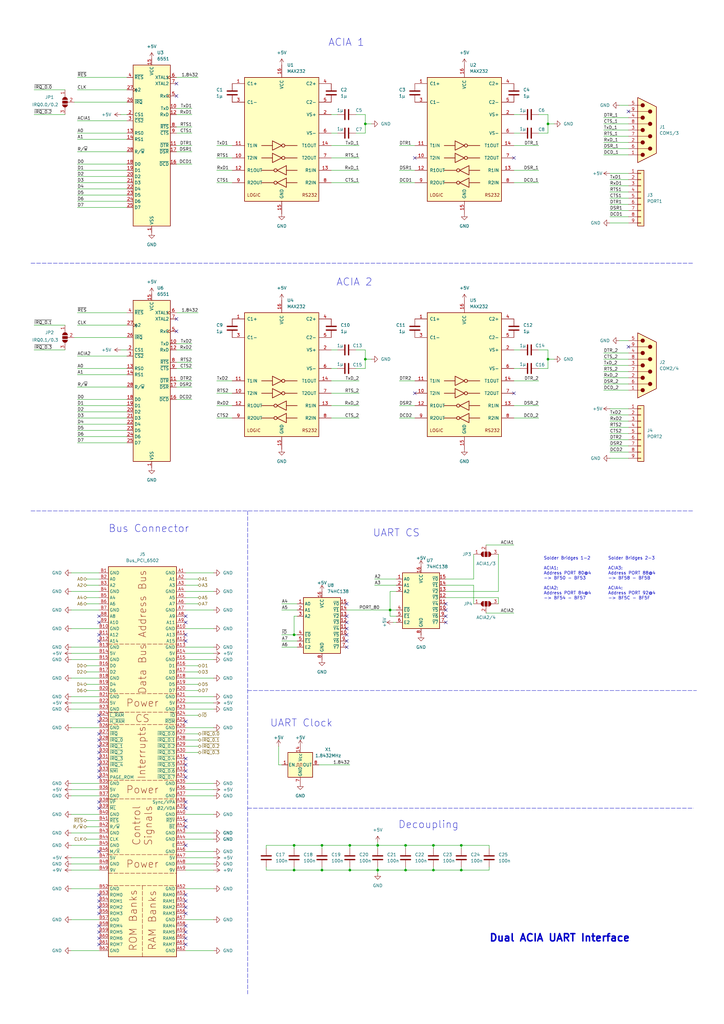
<source format=kicad_sch>
(kicad_sch (version 20231120) (generator "eeschema") (generator_version "8.0")
  (paper "A3" portrait)
  (title_block (title "S65xx Computer System") (date "2024-06-30") (rev "1.0") (company "Synthron"))
  (junction (at 177.8 346.71))
  (junction (at 120.65 260.35))
  (junction (at 177.8 356.87))
  (junction (at 120.65 356.87))
  (junction (at 189.23 346.71))
  (junction (at 166.37 346.71))
  (junction (at 149.86 147.32))
  (junction (at 166.37 356.87))
  (junction (at 132.08 346.71))
  (junction (at 143.51 356.87))
  (junction (at 149.86 50.8))
  (junction (at 160.02 250.19))
  (junction (at 120.65 346.71))
  (junction (at 154.94 356.87))
  (junction (at 224.79 147.32))
  (junction (at 224.79 50.8))
  (junction (at 132.08 356.87))
  (junction (at 143.51 346.71))
  (junction (at 189.23 356.87))
  (junction (at 154.94 346.71))
  (no_connect (at 40.64 313.69))
  (no_connect (at 76.2 328.93))
  (no_connect (at 40.64 308.61))
  (no_connect (at 142.24 260.35))
  (no_connect (at 76.2 387.35))
  (no_connect (at 72.39 135.89))
  (no_connect (at 142.24 255.27))
  (no_connect (at 40.64 306.07))
  (no_connect (at 182.88 252.73))
  (no_connect (at 40.64 311.15))
  (no_connect (at 182.88 250.19))
  (no_connect (at 40.64 384.81))
  (no_connect (at 76.2 313.69))
  (no_connect (at 76.2 260.35))
  (no_connect (at 182.88 247.65))
  (no_connect (at 40.64 367.03))
  (no_connect (at 76.2 255.27))
  (no_connect (at 40.64 295.91))
  (no_connect (at 170.18 161.29))
  (no_connect (at 72.39 130.81))
  (no_connect (at 40.64 252.73))
  (no_connect (at 40.64 387.35))
  (no_connect (at 40.64 262.89))
  (no_connect (at 76.2 374.65))
  (no_connect (at 182.88 255.27))
  (no_connect (at 76.2 372.11))
  (no_connect (at 40.64 260.35))
  (no_connect (at 76.2 384.81))
  (no_connect (at 40.64 255.27))
  (no_connect (at 76.2 369.57))
  (no_connect (at 142.24 247.65))
  (no_connect (at 76.2 311.15))
  (no_connect (at 257.81 142.24))
  (no_connect (at 76.2 346.71))
  (no_connect (at 40.64 369.57))
  (no_connect (at 40.64 293.37))
  (no_connect (at 142.24 252.73))
  (no_connect (at 76.2 331.47))
  (no_connect (at 40.64 303.53))
  (no_connect (at 40.64 318.77))
  (no_connect (at 40.64 316.23))
  (no_connect (at 40.64 374.65))
  (no_connect (at 40.64 349.25))
  (no_connect (at 142.24 265.43))
  (no_connect (at 142.24 257.81))
  (no_connect (at 76.2 262.89))
  (no_connect (at 210.82 161.29))
  (no_connect (at 40.64 300.99))
  (no_connect (at 40.64 328.93))
  (no_connect (at 257.81 45.72))
  (no_connect (at 76.2 339.09))
  (no_connect (at 170.18 64.77))
  (no_connect (at 40.64 331.47))
  (no_connect (at 40.64 372.11))
  (no_connect (at 40.64 379.73))
  (no_connect (at 142.24 262.89))
  (no_connect (at 76.2 336.55))
  (no_connect (at 76.2 295.91))
  (no_connect (at 40.64 382.27))
  (no_connect (at 72.39 34.29))
  (no_connect (at 76.2 379.73))
  (no_connect (at 76.2 318.77))
  (no_connect (at 210.82 64.77))
  (no_connect (at 76.2 367.03))
  (no_connect (at 76.2 382.27))
  (no_connect (at 76.2 252.73))
  (no_connect (at 72.39 39.37))
  (no_connect (at 76.2 316.23))
  (wire (pts (xy 162.56 240.03) (xy 153.67 240.03)))
  (wire (pts (xy 115.57 247.65) (xy 121.92 247.65)))
  (wire (pts (xy 31.75 133.35) (xy 52.07 133.35)))
  (wire (pts (xy 162.56 237.49) (xy 153.67 237.49)))
  (wire (pts (xy 87.63 265.43) (xy 76.2 265.43)))
  (wire (pts (xy 29.21 341.63) (xy 40.64 341.63)))
  (wire (pts (xy 31.75 168.91) (xy 52.07 168.91)))
  (wire (pts (xy 170.18 166.37) (xy 163.83 166.37)))
  (wire (pts (xy 132.08 346.71) (xy 143.51 346.71)))
  (wire (pts (xy 224.79 54.61) (xy 220.98 54.61)))
  (wire (pts (xy 87.63 290.83) (xy 76.2 290.83)))
  (wire (pts (xy 147.32 59.69) (xy 135.89 59.69)))
  (wire (pts (xy 220.98 156.21) (xy 210.82 156.21)))
  (wire (pts (xy 247.65 48.26) (xy 257.81 48.26)))
  (wire (pts (xy 31.75 181.61) (xy 52.07 181.61)))
  (wire (pts (xy 149.86 46.99) (xy 146.05 46.99)))
  (wire (pts (xy 250.19 182.88) (xy 257.81 182.88)))
  (wire (pts (xy 31.75 62.23) (xy 52.07 62.23)))
  (wire (pts (xy 138.43 151.13) (xy 135.89 151.13)))
  (wire (pts (xy 149.86 50.8) (xy 149.86 54.61)))
  (wire (pts (xy 147.32 74.93) (xy 135.89 74.93)))
  (wire (pts (xy 149.86 46.99) (xy 149.86 50.8)))
  (wire (pts (xy 31.75 173.99) (xy 52.07 173.99)))
  (wire (pts (xy 87.63 344.17) (xy 76.2 344.17)))
  (wire (pts (xy 220.98 69.85) (xy 210.82 69.85)))
  (wire (pts (xy 200.66 346.71) (xy 189.23 346.71)))
  (wire (pts (xy 29.21 298.45) (xy 40.64 298.45)))
  (wire (pts (xy 29.21 323.85) (xy 40.64 323.85)))
  (wire (pts (xy 250.19 81.28) (xy 257.81 81.28)))
  (wire (pts (xy 29.21 278.13) (xy 40.64 278.13)))
  (wire (pts (xy 250.19 73.66) (xy 257.81 73.66)))
  (wire (pts (xy 87.63 356.87) (xy 76.2 356.87)))
  (wire (pts (xy 182.88 242.57) (xy 204.47 242.57)))
  (wire (pts (xy 120.65 346.71) (xy 120.65 347.98)))
  (wire (pts (xy 35.56 283.21) (xy 40.64 283.21)))
  (wire (pts (xy 87.63 234.95) (xy 76.2 234.95)))
  (wire (pts (xy 35.56 240.03) (xy 40.64 240.03)))
  (wire (pts (xy 13.97 46.99) (xy 26.67 46.99)))
  (wire (pts (xy 250.19 187.96) (xy 257.81 187.96)))
  (wire (pts (xy 200.66 347.98) (xy 200.66 346.71)))
  (wire (pts (xy 31.75 128.27) (xy 52.07 128.27)))
  (wire (pts (xy 13.97 143.51) (xy 26.67 143.51)))
  (wire (pts (xy 250.19 88.9) (xy 257.81 88.9)))
  (wire (pts (xy 29.21 334.01) (xy 40.64 334.01)))
  (wire (pts (xy 115.57 260.35) (xy 120.65 260.35)))
  (wire (pts (xy 72.39 128.27) (xy 81.28 128.27)))
  (wire (pts (xy 177.8 346.71) (xy 177.8 347.98)))
  (wire (pts (xy 49.53 46.99) (xy 52.07 46.99)))
  (wire (pts (xy 78.74 156.21) (xy 72.39 156.21)))
  (wire (pts (xy 31.75 171.45) (xy 52.07 171.45)))
  (wire (pts (xy 31.75 158.75) (xy 52.07 158.75)))
  (wire (pts (xy 87.63 389.89) (xy 76.2 389.89)))
  (wire (pts (xy 78.74 151.13) (xy 72.39 151.13)))
  (wire (pts (xy 120.65 252.73) (xy 120.65 260.35)))
  (wire (pts (xy 224.79 50.8) (xy 224.79 54.61)))
  (wire (pts (xy 88.9 161.29) (xy 95.25 161.29)))
  (wire (pts (xy 213.36 151.13) (xy 210.82 151.13)))
  (wire (pts (xy 220.98 166.37) (xy 210.82 166.37)))
  (wire (pts (xy 35.56 339.09) (xy 40.64 339.09)))
  (wire (pts (xy 95.25 74.93) (xy 88.9 74.93)))
  (wire (pts (xy 78.74 158.75) (xy 72.39 158.75)))
  (wire (pts (xy 81.28 293.37) (xy 76.2 293.37)))
  (wire (pts (xy 224.79 143.51) (xy 220.98 143.51)))
  (wire (pts (xy 143.51 346.71) (xy 143.51 347.98)))
  (wire (pts (xy 154.94 355.6) (xy 154.94 356.87)))
  (wire (pts (xy 81.28 275.59) (xy 76.2 275.59)))
  (wire (pts (xy 170.18 171.45) (xy 163.83 171.45)))
  (wire (pts (xy 143.51 355.6) (xy 143.51 356.87)))
  (wire (pts (xy 132.08 347.98) (xy 132.08 346.71)))
  (wire (pts (xy 166.37 355.6) (xy 166.37 356.87)))
  (wire (pts (xy 250.19 71.12) (xy 257.81 71.12)))
  (wire (pts (xy 200.66 356.87) (xy 200.66 355.6)))
  (wire (pts (xy 182.88 237.49) (xy 194.31 237.49)))
  (wire (pts (xy 81.28 303.53) (xy 76.2 303.53)))
  (wire (pts (xy 149.86 54.61) (xy 146.05 54.61)))
  (wire (pts (xy 189.23 356.87) (xy 200.66 356.87)))
  (wire (pts (xy 78.74 163.83) (xy 72.39 163.83)))
  (wire (pts (xy 109.22 355.6) (xy 109.22 356.87)))
  (wire (pts (xy 147.32 64.77) (xy 135.89 64.77)))
  (wire (pts (xy 177.8 355.6) (xy 177.8 356.87)))
  (wire (pts (xy 254 139.7) (xy 257.81 139.7)))
  (wire (pts (xy 162.56 252.73) (xy 160.02 252.73)))
  (wire (pts (xy 154.94 356.87) (xy 154.94 358.14)))
  (wire (pts (xy 160.02 242.57) (xy 160.02 250.19)))
  (wire (pts (xy 31.75 85.09) (xy 52.07 85.09)))
  (wire (pts (xy 31.75 49.53) (xy 52.07 49.53)))
  (wire (pts (xy 250.19 78.74) (xy 257.81 78.74)))
  (wire (pts (xy 31.75 69.85) (xy 52.07 69.85)))
  (wire (pts (xy 78.74 140.97) (xy 72.39 140.97)))
  (wire (pts (xy 160.02 250.19) (xy 142.24 250.19)))
  (wire (pts (xy 87.63 377.19) (xy 76.2 377.19)))
  (wire (pts (xy 87.63 364.49) (xy 76.2 364.49)))
  (wire (pts (xy 87.63 250.19) (xy 76.2 250.19)))
  (wire (pts (xy 143.51 356.87) (xy 154.94 356.87)))
  (wire (pts (xy 87.63 267.97) (xy 76.2 267.97)))
  (wire (pts (xy 114.3 306.07) (xy 114.3 313.69)))
  (wire (pts (xy 166.37 346.71) (xy 154.94 346.71)))
  (wire (pts (xy 247.65 154.94) (xy 257.81 154.94)))
  (wire (pts (xy 147.32 166.37) (xy 135.89 166.37)))
  (wire (pts (xy 31.75 80.01) (xy 52.07 80.01)))
  (wire (pts (xy 162.56 250.19) (xy 160.02 250.19)))
  (wire (pts (xy 250.19 76.2) (xy 257.81 76.2)))
  (wire (pts (xy 189.23 346.71) (xy 177.8 346.71)))
  (wire (pts (xy 31.75 163.83) (xy 52.07 163.83)))
  (wire (pts (xy 31.75 31.75) (xy 52.07 31.75)))
  (wire (pts (xy 149.86 143.51) (xy 149.86 147.32)))
  (wire (pts (xy 35.56 336.55) (xy 40.64 336.55)))
  (wire (pts (xy 87.63 257.81) (xy 76.2 257.81)))
  (wire (pts (xy 88.9 59.69) (xy 95.25 59.69)))
  (wire (pts (xy 49.53 143.51) (xy 52.07 143.51)))
  (wire (pts (xy 29.21 267.97) (xy 40.64 267.97)))
  (wire (pts (xy 78.74 62.23) (xy 72.39 62.23)))
  (wire (pts (xy 194.31 237.49) (xy 194.31 227.33)))
  (wire (pts (xy 31.75 153.67) (xy 52.07 153.67)))
  (wire (pts (xy 120.65 260.35) (xy 121.92 260.35)))
  (wire (pts (xy 149.86 147.32) (xy 149.86 151.13)))
  (wire (pts (xy 87.63 334.01) (xy 76.2 334.01)))
  (wire (pts (xy 109.22 356.87) (xy 120.65 356.87)))
  (wire (pts (xy 224.79 151.13) (xy 220.98 151.13)))
  (wire (pts (xy 247.65 144.78) (xy 257.81 144.78)))
  (wire (pts (xy 87.63 341.63) (xy 76.2 341.63)))
  (wire (pts (xy 30.48 41.91) (xy 52.07 41.91)))
  (wire (pts (xy 250.19 91.44) (xy 257.81 91.44)))
  (wire (pts (xy 170.18 74.93) (xy 163.83 74.93)))
  (wire (pts (xy 132.08 356.87) (xy 143.51 356.87)))
  (wire (pts (xy 78.74 67.31) (xy 72.39 67.31)))
  (wire (pts (xy 224.79 46.99) (xy 224.79 50.8)))
  (wire (pts (xy 149.86 50.8) (xy 152.4 50.8)))
  (wire (pts (xy 224.79 147.32) (xy 224.79 151.13)))
  (wire (pts (xy 81.28 300.99) (xy 76.2 300.99)))
  (wire (pts (xy 250.19 175.26) (xy 257.81 175.26)))
  (wire (pts (xy 194.31 240.03) (xy 194.31 247.65)))
  (wire (pts (xy 213.36 46.99) (xy 210.82 46.99)))
  (wire (pts (xy 247.65 149.86) (xy 257.81 149.86)))
  (wire (pts (xy 109.22 346.71) (xy 109.22 347.98)))
  (wire (pts (xy 247.65 63.5) (xy 257.81 63.5)))
  (wire (pts (xy 166.37 346.71) (xy 166.37 347.98)))
  (wire (pts (xy 29.21 288.29) (xy 40.64 288.29)))
  (wire (pts (xy 120.65 346.71) (xy 132.08 346.71)))
  (wire (pts (xy 31.75 67.31) (xy 52.07 67.31)))
  (wire (pts (xy 29.21 265.43) (xy 40.64 265.43)))
  (wire (pts (xy 121.92 252.73) (xy 120.65 252.73)))
  (wire (pts (xy 81.28 280.67) (xy 76.2 280.67)))
  (wire (pts (xy 213.36 143.51) (xy 210.82 143.51)))
  (wire (pts (xy 81.28 308.61) (xy 76.2 308.61)))
  (wire (pts (xy 247.65 157.48) (xy 257.81 157.48)))
  (wire (pts (xy 88.9 64.77) (xy 95.25 64.77)))
  (wire (pts (xy 250.19 170.18) (xy 257.81 170.18)))
  (wire (pts (xy 147.32 156.21) (xy 135.89 156.21)))
  (wire (pts (xy 81.28 237.49) (xy 76.2 237.49)))
  (wire (pts (xy 87.63 354.33) (xy 76.2 354.33)))
  (wire (pts (xy 81.28 240.03) (xy 76.2 240.03)))
  (wire (pts (xy 160.02 252.73) (xy 160.02 250.19)))
  (wire (pts (xy 88.9 156.21) (xy 95.25 156.21)))
  (wire (pts (xy 163.83 156.21) (xy 170.18 156.21)))
  (wire (pts (xy 35.56 275.59) (xy 40.64 275.59)))
  (wire (pts (xy 224.79 50.8) (xy 227.33 50.8)))
  (wire (pts (xy 247.65 147.32) (xy 257.81 147.32)))
  (wire (pts (xy 250.19 185.42) (xy 257.81 185.42)))
  (wire (pts (xy 224.79 46.99) (xy 220.98 46.99)))
  (wire (pts (xy 29.21 354.33) (xy 40.64 354.33)))
  (wire (pts (xy 138.43 54.61) (xy 135.89 54.61)))
  (wire (pts (xy 115.57 265.43) (xy 121.92 265.43)))
  (wire (pts (xy 138.43 46.99) (xy 135.89 46.99)))
  (wire (pts (xy 95.25 171.45) (xy 88.9 171.45)))
  (wire (pts (xy 224.79 143.51) (xy 224.79 147.32)))
  (polyline (pts (xy 101.6 331.47) (xy 284.48 331.47)) (stroke (width 0) (type dash)))
  (wire (pts (xy 29.21 290.83) (xy 40.64 290.83)))
  (wire (pts (xy 132.08 355.6) (xy 132.08 356.87)))
  (wire (pts (xy 31.75 146.05) (xy 52.07 146.05)))
  (wire (pts (xy 81.28 247.65) (xy 76.2 247.65)))
  (wire (pts (xy 114.3 313.69) (xy 115.57 313.69)))
  (wire (pts (xy 13.97 36.83) (xy 26.67 36.83)))
  (wire (pts (xy 154.94 345.44) (xy 154.94 346.71)))
  (wire (pts (xy 149.86 147.32) (xy 152.4 147.32)))
  (wire (pts (xy 163.83 59.69) (xy 170.18 59.69)))
  (wire (pts (xy 189.23 355.6) (xy 189.23 356.87)))
  (wire (pts (xy 247.65 60.96) (xy 257.81 60.96)))
  (wire (pts (xy 182.88 240.03) (xy 194.31 240.03)))
  (wire (pts (xy 204.47 245.11) (xy 204.47 247.65)))
  (wire (pts (xy 35.56 273.05) (xy 40.64 273.05)))
  (wire (pts (xy 138.43 143.51) (xy 135.89 143.51)))
  (wire (pts (xy 87.63 288.29) (xy 76.2 288.29)))
  (polyline (pts (xy 101.6 209.55) (xy 101.6 407.67)) (stroke (width 0) (type dash)))
  (wire (pts (xy 120.65 355.6) (xy 120.65 356.87)))
  (wire (pts (xy 250.19 83.82) (xy 257.81 83.82)))
  (wire (pts (xy 78.74 52.07) (xy 72.39 52.07)))
  (wire (pts (xy 78.74 143.51) (xy 72.39 143.51)))
  (wire (pts (xy 149.86 143.51) (xy 146.05 143.51)))
  (wire (pts (xy 220.98 59.69) (xy 210.82 59.69)))
  (wire (pts (xy 31.75 176.53) (xy 52.07 176.53)))
  (wire (pts (xy 250.19 86.36) (xy 257.81 86.36)))
  (wire (pts (xy 78.74 59.69) (xy 72.39 59.69)))
  (wire (pts (xy 29.21 326.39) (xy 40.64 326.39)))
  (wire (pts (xy 143.51 346.71) (xy 154.94 346.71)))
  (wire (pts (xy 88.9 69.85) (xy 95.25 69.85)))
  (wire (pts (xy 87.63 349.25) (xy 76.2 349.25)))
  (wire (pts (xy 147.32 161.29) (xy 135.89 161.29)))
  (wire (pts (xy 31.75 36.83) (xy 52.07 36.83)))
  (wire (pts (xy 29.21 377.19) (xy 40.64 377.19)))
  (wire (pts (xy 29.21 234.95) (xy 40.64 234.95)))
  (wire (pts (xy 147.32 69.85) (xy 135.89 69.85)))
  (wire (pts (xy 120.65 346.71) (xy 109.22 346.71)))
  (wire (pts (xy 120.65 356.87) (xy 132.08 356.87)))
  (wire (pts (xy 154.94 346.71) (xy 154.94 347.98)))
  (wire (pts (xy 87.63 270.51) (xy 76.2 270.51)))
  (wire (pts (xy 87.63 321.31) (xy 76.2 321.31)))
  (wire (pts (xy 204.47 242.57) (xy 204.47 227.33)))
  (wire (pts (xy 147.32 171.45) (xy 135.89 171.45)))
  (wire (pts (xy 154.94 356.87) (xy 166.37 356.87)))
  (wire (pts (xy 149.86 151.13) (xy 146.05 151.13)))
  (wire (pts (xy 250.19 177.8) (xy 257.81 177.8)))
  (wire (pts (xy 29.21 321.31) (xy 40.64 321.31)))
  (wire (pts (xy 81.28 273.05) (xy 76.2 273.05)))
  (wire (pts (xy 177.8 346.71) (xy 166.37 346.71)))
  (wire (pts (xy 31.75 166.37) (xy 52.07 166.37)))
  (wire (pts (xy 199.39 223.52) (xy 210.82 223.52)))
  (wire (pts (xy 29.21 242.57) (xy 40.64 242.57)))
  (wire (pts (xy 220.98 171.45) (xy 210.82 171.45)))
  (wire (pts (xy 31.75 77.47) (xy 52.07 77.47)))
  (wire (pts (xy 31.75 179.07) (xy 52.07 179.07)))
  (wire (pts (xy 35.56 280.67) (xy 40.64 280.67)))
  (wire (pts (xy 29.21 285.75) (xy 40.64 285.75)))
  (wire (pts (xy 250.19 167.64) (xy 257.81 167.64)))
  (wire (pts (xy 189.23 346.71) (xy 189.23 347.98)))
  (wire (pts (xy 31.75 72.39) (xy 52.07 72.39)))
  (wire (pts (xy 35.56 247.65) (xy 40.64 247.65)))
  (wire (pts (xy 115.57 262.89) (xy 121.92 262.89)))
  (wire (pts (xy 250.19 172.72) (xy 257.81 172.72)))
  (wire (pts (xy 247.65 55.88) (xy 257.81 55.88)))
  (wire (pts (xy 87.63 326.39) (xy 76.2 326.39)))
  (wire (pts (xy 247.65 53.34) (xy 257.81 53.34)))
  (wire (pts (xy 78.74 148.59) (xy 72.39 148.59)))
  (wire (pts (xy 254 43.18) (xy 257.81 43.18)))
  (wire (pts (xy 166.37 356.87) (xy 177.8 356.87)))
  (wire (pts (xy 247.65 152.4) (xy 257.81 152.4)))
  (wire (pts (xy 247.65 58.42) (xy 257.81 58.42)))
  (wire (pts (xy 130.81 313.69) (xy 143.51 313.69)))
  (wire (pts (xy 31.75 74.93) (xy 52.07 74.93)))
  (wire (pts (xy 220.98 74.93) (xy 210.82 74.93)))
  (wire (pts (xy 13.97 133.35) (xy 26.67 133.35)))
  (wire (pts (xy 87.63 323.85) (xy 76.2 323.85)))
  (wire (pts (xy 177.8 356.87) (xy 189.23 356.87)))
  (wire (pts (xy 29.21 389.89) (xy 40.64 389.89)))
  (polyline (pts (xy 12.7 107.95) (xy 284.48 107.95)) (stroke (width 0) (type dash)))
  (wire (pts (xy 78.74 44.45) (xy 72.39 44.45)))
  (wire (pts (xy 87.63 298.45) (xy 76.2 298.45)))
  (wire (pts (xy 72.39 31.75) (xy 81.28 31.75)))
  (wire (pts (xy 162.56 255.27) (xy 161.29 255.27)))
  (wire (pts (xy 247.65 160.02) (xy 257.81 160.02)))
  (wire (pts (xy 29.21 250.19) (xy 40.64 250.19)))
  (wire (pts (xy 78.74 54.61) (xy 72.39 54.61)))
  (polyline (pts (xy 101.6 283.21) (xy 285.75 283.21)) (stroke (width 0) (type dash)))
  (wire (pts (xy 115.57 250.19) (xy 121.92 250.19)))
  (wire (pts (xy 87.63 278.13) (xy 76.2 278.13)))
  (wire (pts (xy 29.21 364.49) (xy 40.64 364.49)))
  (wire (pts (xy 162.56 242.57) (xy 160.02 242.57)))
  (wire (pts (xy 88.9 166.37) (xy 95.25 166.37)))
  (wire (pts (xy 170.18 69.85) (xy 163.83 69.85)))
  (wire (pts (xy 81.28 245.11) (xy 76.2 245.11)))
  (wire (pts (xy 87.63 242.57) (xy 76.2 242.57)))
  (wire (pts (xy 224.79 147.32) (xy 227.33 147.32)))
  (wire (pts (xy 31.75 151.13) (xy 52.07 151.13)))
  (wire (pts (xy 87.63 351.79) (xy 76.2 351.79)))
  (wire (pts (xy 81.28 283.21) (xy 76.2 283.21)))
  (wire (pts (xy 35.56 344.17) (xy 40.64 344.17)))
  (wire (pts (xy 29.21 351.79) (xy 40.64 351.79)))
  (wire (pts (xy 199.39 251.46) (xy 210.82 251.46)))
  (wire (pts (xy 247.65 50.8) (xy 257.81 50.8)))
  (wire (pts (xy 78.74 46.99) (xy 72.39 46.99)))
  (polyline (pts (xy 12.7 209.55) (xy 284.48 209.55)) (stroke (width 0) (type dash)))
  (wire (pts (xy 29.21 356.87) (xy 40.64 356.87)))
  (wire (pts (xy 250.19 180.34) (xy 257.81 180.34)))
  (wire (pts (xy 29.21 346.71) (xy 40.64 346.71)))
  (wire (pts (xy 29.21 257.81) (xy 40.64 257.81)))
  (wire (pts (xy 29.21 270.51) (xy 40.64 270.51)))
  (wire (pts (xy 31.75 57.15) (xy 52.07 57.15)))
  (wire (pts (xy 31.75 54.61) (xy 52.07 54.61)))
  (wire (pts (xy 35.56 245.11) (xy 40.64 245.11)))
  (wire (pts (xy 30.48 138.43) (xy 52.07 138.43)))
  (wire (pts (xy 213.36 54.61) (xy 210.82 54.61)))
  (wire (pts (xy 87.63 285.75) (xy 76.2 285.75)))
  (wire (pts (xy 35.56 237.49) (xy 40.64 237.49)))
  (wire (pts (xy 182.88 245.11) (xy 204.47 245.11)))
  (wire (pts (xy 31.75 82.55) (xy 52.07 82.55)))
  (wire (pts (xy 81.28 306.07) (xy 76.2 306.07)))
  (text "Bus Connector" (at 44.45 216.916 0) (effects (font (size 3 3)) (justify left)))
  (text "Solder Bridges 1-2\n\nACIA1:\nAddress PORT 80@4 \n-> BF50 - BF53\n\nACIA2:\nAddress PORT 84@4\n-> BF54 - BF57" (at 223.012 237.236 0) (effects (font (size 1.27 1.27)) (justify left)))
  (text "Dual ACIA UART Interface" (at 229.616 384.81 0) (effects (font (size 3 3) (thickness 0.6) (bold yes))))
  (text "ACIA 1" (at 134.62 17.526 0) (effects (font (size 3 3)) (justify left)))
  (text "UART Clock" (at 110.744 296.672 0) (effects (font (size 3 3)) (justify left)))
  (text "Decoupling" (at 163.322 338.328 0) (effects (font (size 3 3)) (justify left)))
  (text "Solder Bridges 2-3\n\nACIA3:\nAddress PORT 88@4 \n-> BF58 - BF5B\n\nACIA4:\nAddress PORT 92@4\n-> BF5C - BF5F" (at 249.428 237.236 0) (effects (font (size 1.27 1.27)) (justify left)))
  (text "ACIA 2" (at 137.922 115.824 0) (effects (font (size 3 3)) (justify left)))
  (text "UART CS" (at 152.908 218.694 0) (effects (font (size 3 3)) (justify left)))
  (label "DSR_2" (at 220.98 166.37 180))
  (label "A3" (at 153.67 240.03 0))
  (label "DCD1" (at 163.83 74.93 0))
  (label "R{slash}~{W}" (at 31.75 62.23 0))
  (label "A7" (at 115.57 262.89 0))
  (label "RxD_1" (at 247.65 58.42 0))
  (label "CLK" (at 31.75 36.83 0))
  (label "D7" (at 31.75 181.61 0))
  (label "A4" (at 115.57 247.65 0))
  (label "RxD_1" (at 147.32 69.85 180))
  (label "~{IO}" (at 115.57 260.35 0))
  (label "A0" (at 31.75 151.13 0))
  (label "DSR2" (at 78.74 158.75 180))
  (label "DCD_1" (at 220.98 74.93 180))
  (label "DTR_1" (at 220.98 59.69 180))
  (label "D2" (at 31.75 168.91 0))
  (label "PORT_80" (at 147.32 250.19 0))
  (label "DSR1" (at 250.19 86.36 0))
  (label "RxD2" (at 78.74 143.51 180))
  (label "CTS2" (at 88.9 171.45 0))
  (label "CTS2" (at 78.74 151.13 180))
  (label "D0" (at 31.75 67.31 0))
  (label "A2" (at 153.67 237.49 0))
  (label "CTS1" (at 88.9 74.93 0))
  (label "TxD_2" (at 247.65 149.86 0))
  (label "1.8432" (at 143.51 313.69 180))
  (label "DSR1" (at 78.74 62.23 180))
  (label "CTS1" (at 250.19 81.28 0))
  (label "~{RES}" (at 31.75 31.75 0))
  (label "RxD1" (at 78.74 46.99 180))
  (label "CTS_1" (at 147.32 74.93 180))
  (label "~{IRQ_0.0}" (at 13.97 36.83 0))
  (label "CTS_2" (at 147.32 171.45 180))
  (label "A0" (at 31.75 54.61 0))
  (label "1.8432" (at 81.28 31.75 180))
  (label "D7" (at 31.75 85.09 0))
  (label "D0" (at 31.75 163.83 0))
  (label "DTR1" (at 250.19 83.82 0))
  (label "TxD_2" (at 147.32 156.21 180))
  (label "RTS1" (at 88.9 64.77 0))
  (label "~{IRQ_0.2}" (at 13.97 46.99 0))
  (label "D5" (at 31.75 176.53 0))
  (label "D4" (at 31.75 173.99 0))
  (label "DCD_2" (at 247.65 160.02 0))
  (label "A5" (at 115.57 250.19 0))
  (label "ACIA2" (at 31.75 146.05 0))
  (label "A1" (at 31.75 153.67 0))
  (label "RTS2" (at 250.19 175.26 0))
  (label "DTR_1" (at 247.65 48.26 0))
  (label "ACIA1" (at 210.82 223.52 180))
  (label "1.8432" (at 81.28 128.27 180))
  (label "D3" (at 31.75 171.45 0))
  (label "D6" (at 31.75 82.55 0))
  (label "CTS_1" (at 247.65 50.8 0))
  (label "RTS2" (at 88.9 161.29 0))
  (label "RTS_2" (at 247.65 152.4 0))
  (label "TxD2" (at 250.19 170.18 0))
  (label "DTR2" (at 78.74 156.21 180))
  (label "R{slash}~{W}" (at 31.75 158.75 0))
  (label "TxD1" (at 250.19 73.66 0))
  (label "RTS_1" (at 247.65 55.88 0))
  (label "RxD_2" (at 247.65 154.94 0))
  (label "TxD2" (at 88.9 156.21 0))
  (label "DCD_2" (at 220.98 171.45 180))
  (label "RxD1" (at 88.9 69.85 0))
  (label "RTS1" (at 78.74 52.07 180))
  (label "DCD1" (at 78.74 67.31 180))
  (label "CTS_2" (at 247.65 147.32 0))
  (label "D3" (at 31.75 74.93 0))
  (label "~{IRQ_0.3}" (at 13.97 143.51 0))
  (label "DTR_2" (at 247.65 144.78 0))
  (label "A1" (at 31.75 57.15 0))
  (label "RxD2" (at 88.9 166.37 0))
  (label "RxD2" (at 250.19 172.72 0))
  (label "ACIA2" (at 210.82 251.46 180))
  (label "D2" (at 31.75 72.39 0))
  (label "DSR2" (at 163.83 166.37 0))
  (label "TxD2" (at 78.74 140.97 180))
  (label "DTR_2" (at 220.98 156.21 180))
  (label "D6" (at 31.75 179.07 0))
  (label "D1" (at 31.75 166.37 0))
  (label "D4" (at 31.75 77.47 0))
  (label "DCD2" (at 250.19 185.42 0))
  (label "~{RES}" (at 31.75 128.27 0))
  (label "DTR2" (at 163.83 156.21 0))
  (label "ACIA1" (at 31.75 49.53 0))
  (label "CLK" (at 31.75 133.35 0))
  (label "DSR_1" (at 247.65 60.96 0))
  (label "DSR_1" (at 220.98 69.85 180))
  (label "RxD_2" (at 147.32 166.37 180))
  (label "~{IRQ_0.1}" (at 13.97 133.35 0))
  (label "RTS_1" (at 147.32 64.77 180))
  (label "RTS2" (at 78.74 148.59 180))
  (label "D5" (at 31.75 80.01 0))
  (label "TxD1" (at 88.9 59.69 0))
  (label "DCD2" (at 163.83 171.45 0))
  (label "RTS_2" (at 147.32 161.29 180))
  (label "DCD1" (at 250.19 88.9 0))
  (label "A6" (at 115.57 265.43 0))
  (label "DSR_2" (at 247.65 157.48 0))
  (label "DTR1" (at 78.74 59.69 180))
  (label "DSR2" (at 250.19 182.88 0))
  (label "RxD1" (at 250.19 76.2 0))
  (label "CTS1" (at 78.74 54.61 180))
  (label "DTR1" (at 163.83 59.69 0))
  (label "DCD2" (at 78.74 163.83 180))
  (label "D1" (at 31.75 69.85 0))
  (label "DSR1" (at 163.83 69.85 0))
  (label "DTR2" (at 250.19 180.34 0))
  (label "TxD_1" (at 247.65 53.34 0))
  (label "CTS2" (at 250.19 177.8 0))
  (label "DCD_1" (at 247.65 63.5 0))
  (label "TxD_1" (at 147.32 59.69 180))
  (label "RTS1" (at 250.19 78.74 0))
  (label "TxD1" (at 78.74 44.45 180))
  (hierarchical_label "D1" (shape bidirectional) (at 81.28 273.05 0))
  (hierarchical_label "A7" (shape bidirectional) (at 81.28 247.65 0))
  (hierarchical_label "A3" (shape bidirectional) (at 81.28 240.03 0))
  (hierarchical_label "D0" (shape bidirectional) (at 35.56 273.05 180))
  (hierarchical_label "D4" (shape bidirectional) (at 35.56 280.67 180))
  (hierarchical_label "R{slash}~{W}" (shape bidirectional) (at 35.56 339.09 180))
  (hierarchical_label "D2" (shape bidirectional) (at 35.56 275.59 180))
  (hierarchical_label "A2" (shape bidirectional) (at 35.56 240.03 180))
  (hierarchical_label "A0" (shape bidirectional) (at 35.56 237.49 180))
  (hierarchical_label "A1" (shape bidirectional) (at 81.28 237.49 0))
  (hierarchical_label "~{IRQ_0.2}" (shape bidirectional) (at 81.28 306.07 0))
  (hierarchical_label "A6" (shape bidirectional) (at 35.56 247.65 180))
  (hierarchical_label "A5" (shape bidirectional) (at 81.28 245.11 0))
  (hierarchical_label "~{IRQ_0.3}" (shape bidirectional) (at 81.28 308.61 0))
  (hierarchical_label "A4" (shape bidirectional) (at 35.56 245.11 180))
  (hierarchical_label "~{IRQ_0.0}" (shape bidirectional) (at 81.28 300.99 0))
  (hierarchical_label "D7" (shape bidirectional) (at 81.28 283.21 0))
  (hierarchical_label "D3" (shape bidirectional) (at 81.28 275.59 0))
  (hierarchical_label "CLK" (shape bidirectional) (at 35.56 344.17 180))
  (hierarchical_label "D6" (shape bidirectional) (at 35.56 283.21 180))
  (hierarchical_label "~{IRQ_0.1}" (shape bidirectional) (at 81.28 303.53 0))
  (hierarchical_label "~{IO}" (shape bidirectional) (at 81.28 293.37 0))
  (hierarchical_label "D5" (shape bidirectional) (at 81.28 280.67 0))
  (hierarchical_label "~{RES}" (shape bidirectional) (at 35.56 336.55 180))
  (symbol (lib_id "power:+5V") (at 123.19 306.07 0) (unit 1)
    (property "Reference" "#PWR050" (effects (hide yes)))
    (property "Value" "+5V" (at 123.19 302.514 0))
    (property "Description" "Power symbol creates a global label with name \"+5V\"" (effects (hide yes)))
  )
  (symbol (lib_id "power:+5V") (at 62.23 24.13 0) (unit 1)
    (property "Reference" "#PWR01" (effects (hide yes)))
    (property "Value" "+5V" (at 62.23 19.05 0))
    (property "Description" "Power symbol creates a global label with name \"+5V\"" (effects (hide yes)))
  )
  (symbol (lib_id "power:+9V") (at 87.63 356.87 270) (mirror x) (unit 1)
    (property "Reference" "#PWR075" (effects (hide yes)))
    (property "Value" "+9V" (at 91.44 356.8699 90) (effects (justify left)))
    (property "Description" "Power symbol creates a global label with name \"+9V\"" (effects (hide yes)))
  )
  (symbol (lib_id "power:GND") (at 250.19 91.44 270) (unit 1)
    (property "Reference" "#PWR039" (effects (hide yes)))
    (property "Value" "GND" (at 246.38 91.4399 90) (effects (justify right)))
    (property "Description" "Power symbol creates a global label with name \"GND\" , ground" (effects (hide yes)))
  )
  (symbol (lib_id "power:GND") (at 87.63 389.89 90) (unit 1)
    (property "Reference" "#PWR083" (effects (hide yes)))
    (property "Value" "GND" (at 91.44 389.8901 90) (effects (justify right)))
    (property "Description" "Power symbol creates a global label with name \"GND\" , ground" (effects (hide yes)))
  )
  (symbol (lib_id "power:GND") (at 29.21 257.81 270) (unit 1)
    (property "Reference" "#PWR031" (effects (hide yes)))
    (property "Value" "GND" (at 25.4 257.8099 90) (effects (justify right)))
    (property "Description" "Power symbol creates a global label with name \"GND\" , ground" (effects (hide yes)))
  )
  (symbol (lib_id "power:GND") (at 87.63 290.83 90) (mirror x) (unit 1)
    (property "Reference" "#PWR048" (effects (hide yes)))
    (property "Value" "GND" (at 91.44 290.8299 90) (effects (justify right)))
    (property "Description" "Power symbol creates a global label with name \"GND\" , ground" (effects (hide yes)))
  )
  (symbol (lib_id "Device:C") (at 142.24 143.51 90) (unit 1)
    (property "Reference" "C13" (at 148.59 141.732 90) (effects (justify left)))
    (property "Value" "1µ" (at 140.97 141.732 90) (effects (justify left)))
    (property "Footprint" "Capacitor_SMD:C_0805_2012Metric" (effects (hide yes)))
    (property "Description" "Unpolarized capacitor" (effects (hide yes)))
  )
  (symbol (lib_id "power:+5V") (at 29.21 288.29 90) (unit 1)
    (property "Reference" "#PWR045" (effects (hide yes)))
    (property "Value" "+5V" (at 25.4 288.2899 90) (effects (justify left)))
    (property "Description" "Power symbol creates a global label with name \"+5V\"" (effects (hide yes)))
  )
  (symbol (lib_id "Device:C") (at 170.18 38.1 0) (mirror y) (unit 1)
    (property "Reference" "C3" (at 166.37 36.8299 0) (effects (justify left)))
    (property "Value" "1µ" (at 166.37 39.3699 0) (effects (justify left)))
    (property "Footprint" "Capacitor_SMD:C_0805_2012Metric" (effects (hide yes)))
    (property "Description" "Unpolarized capacitor" (effects (hide yes)))
  )
  (symbol (lib_id "Device:C") (at 189.23 351.79 0) (unit 1)
    (property "Reference" "C24" (at 193.04 350.5199 0) (effects (justify left)))
    (property "Value" "100n" (at 193.04 353.0599 0) (effects (justify left)))
    (property "Footprint" "Capacitor_SMD:C_0805_2012Metric" (effects (hide yes)))
    (property "Description" "Unpolarized capacitor" (effects (hide yes)))
  )
  (symbol (lib_id "power:GND") (at 87.63 242.57 90) (mirror x) (unit 1)
    (property "Reference" "#PWR026" (effects (hide yes)))
    (property "Value" "GND" (at 91.44 242.5699 90) (effects (justify right)))
    (property "Description" "Power symbol creates a global label with name \"GND\" , ground" (effects (hide yes)))
  )
  (symbol (lib_id "power:GND") (at 29.21 285.75 270) (unit 1)
    (property "Reference" "#PWR043" (effects (hide yes)))
    (property "Value" "GND" (at 25.4 285.7499 90) (effects (justify right)))
    (property "Description" "Power symbol creates a global label with name \"GND\" , ground" (effects (hide yes)))
  )
  (symbol (lib_id "Device:C") (at 217.17 46.99 90) (unit 1)
    (property "Reference" "C6" (at 223.52 45.212 90) (effects (justify left)))
    (property "Value" "1µ" (at 215.9 45.212 90) (effects (justify left)))
    (property "Footprint" "Capacitor_SMD:C_0805_2012Metric" (effects (hide yes)))
    (property "Description" "Unpolarized capacitor" (effects (hide yes)))
  )
  (symbol (lib_id "power:GND") (at 29.21 354.33 270) (unit 1)
    (property "Reference" "#PWR071" (effects (hide yes)))
    (property "Value" "GND" (at 25.4 354.3299 90) (effects (justify right)))
    (property "Description" "Power symbol creates a global label with name \"GND\" , ground" (effects (hide yes)))
  )
  (symbol (lib_id "power:GND") (at 29.21 326.39 270) (unit 1)
    (property "Reference" "#PWR058" (effects (hide yes)))
    (property "Value" "GND" (at 25.4 326.3899 90) (effects (justify right)))
    (property "Description" "Power symbol creates a global label with name \"GND\" , ground" (effects (hide yes)))
  )
  (symbol (lib_id "power:GND") (at 29.21 389.89 270) (unit 1)
    (property "Reference" "#PWR082" (effects (hide yes)))
    (property "Value" "GND" (at 25.4 389.8899 90) (effects (justify right)))
    (property "Description" "Power symbol creates a global label with name \"GND\" , ground" (effects (hide yes)))
  )
  (symbol (lib_id "power:GND") (at 190.5 87.63 0) (unit 1)
    (property "Reference" "#PWR09" (effects (hide yes)))
    (property "Value" "GND" (at 190.5 92.71 0))
    (property "Description" "Power symbol creates a global label with name \"GND\" , ground" (effects (hide yes)))
  )
  (symbol (lib_id "Jumper:SolderJumper_3_Open") (at 199.39 227.33 0) (mirror x) (unit 1) (exclude_from_sim yes) (in_bom no)
    (property "Reference" "JP3" (at 191.516 227.33 0))
    (property "Value" "ACIA1/3" (at 199.39 231.14 0))
    (property "Footprint" "Jumper:SolderJumper-3_P2.0mm_Open_TrianglePad1.0x1.5mm_NumberLabels" (effects (hide yes)))
    (property "Description" "Solder Jumper, 3-pole, open" (effects (hide yes)))
  )
  (symbol (lib_id "power:GND") (at 87.63 250.19 90) (mirror x) (unit 1)
    (property "Reference" "#PWR028" (effects (hide yes)))
    (property "Value" "GND" (at 91.44 250.1899 90) (effects (justify right)))
    (property "Description" "Power symbol creates a global label with name \"GND\" , ground" (effects (hide yes)))
  )
  (symbol (lib_id "power:GND") (at 254 139.7 270) (unit 1)
    (property "Reference" "#PWR014" (effects (hide yes)))
    (property "Value" "GND" (at 250.19 139.6999 90) (effects (justify right)))
    (property "Description" "Power symbol creates a global label with name \"GND\" , ground" (effects (hide yes)))
  )
  (symbol (lib_id "power:GND") (at 29.21 278.13 270) (unit 1)
    (property "Reference" "#PWR041" (effects (hide yes)))
    (property "Value" "GND" (at 25.4 278.1299 90) (effects (justify right)))
    (property "Description" "Power symbol creates a global label with name \"GND\" , ground" (effects (hide yes)))
  )
  (symbol (lib_id "power:GND") (at 29.21 234.95 270) (unit 1)
    (property "Reference" "#PWR023" (effects (hide yes)))
    (property "Value" "GND" (at 25.4 234.9499 90) (effects (justify right)))
    (property "Description" "Power symbol creates a global label with name \"GND\" , ground" (effects (hide yes)))
  )
  (symbol (lib_id "Device:C") (at 143.51 351.79 0) (unit 1)
    (property "Reference" "C20" (at 147.32 350.5199 0) (effects (justify left)))
    (property "Value" "100n" (at 147.32 353.0599 0) (effects (justify left)))
    (property "Footprint" "Capacitor_SMD:C_0805_2012Metric" (effects (hide yes)))
    (property "Description" "Unpolarized capacitor" (effects (hide yes)))
  )
  (symbol (lib_id "power:GND") (at 87.63 326.39 90) (mirror x) (unit 1)
    (property "Reference" "#PWR059" (effects (hide yes)))
    (property "Value" "GND" (at 91.44 326.3899 90) (effects (justify right)))
    (property "Description" "Power symbol creates a global label with name \"GND\" , ground" (effects (hide yes)))
  )
  (symbol (lib_id "Device:C") (at 170.18 134.62 0) (mirror y) (unit 1)
    (property "Reference" "C11" (at 166.37 133.3499 0) (effects (justify left)))
    (property "Value" "1µ" (at 166.37 135.8899 0) (effects (justify left)))
    (property "Footprint" "Capacitor_SMD:C_0805_2012Metric" (effects (hide yes)))
    (property "Description" "Unpolarized capacitor" (effects (hide yes)))
  )
  (symbol (lib_id "Interface_UART:MAX232") (at 190.5 57.15 0) (unit 1)
    (property "Reference" "U2" (at 192.6941 26.67 0) (effects (justify left)))
    (property "Value" "MAX232" (at 192.6941 29.21 0) (effects (justify left)))
    (property "Footprint" "Package_DIP:DIP-16_W7.62mm" (effects (hide yes)))
    (property "Datasheet" "http://www.ti.com/lit/ds/symlink/max232.pdf" (effects (hide yes)))
    (property "Description" "Dual RS232 driver/receiver, 5V supply, 120kb/s, 0C-70C" (effects (hide yes)))
  )
  (symbol (lib_id "Device:C") (at 142.24 151.13 90) (unit 1)
    (property "Reference" "C15" (at 148.59 149.606 90) (effects (justify left)))
    (property "Value" "1µ" (at 140.97 149.352 90) (effects (justify left)))
    (property "Footprint" "Capacitor_SMD:C_0805_2012Metric" (effects (hide yes)))
    (property "Description" "Unpolarized capacitor" (effects (hide yes)))
  )
  (symbol (lib_id "power:GND") (at 87.63 344.17 90) (mirror x) (unit 1)
    (property "Reference" "#PWR066" (effects (hide yes)))
    (property "Value" "GND" (at 91.44 344.1699 90) (effects (justify right)))
    (property "Description" "Power symbol creates a global label with name \"GND\" , ground" (effects (hide yes)))
  )
  (symbol (lib_id "power:+5V") (at 172.72 232.41 0) (mirror y) (unit 1)
    (property "Reference" "#PWR060" (effects (hide yes)))
    (property "Value" "+5V" (at 172.72 228.854 0))
    (property "Description" "Power symbol creates a global label with name \"+5V\"" (effects (hide yes)))
  )
  (symbol (lib_id "power:GND") (at 29.21 334.01 270) (unit 1)
    (property "Reference" "#PWR061" (effects (hide yes)))
    (property "Value" "GND" (at 25.4 334.0099 90) (effects (justify right)))
    (property "Description" "Power symbol creates a global label with name \"GND\" , ground" (effects (hide yes)))
  )
  (symbol (lib_id "Interface_UART:MAX232") (at 115.57 57.15 0) (unit 1)
    (property "Reference" "U1" (at 117.7641 26.67 0) (effects (justify left)))
    (property "Value" "MAX232" (at 117.7641 29.21 0) (effects (justify left)))
    (property "Footprint" "Package_DIP:DIP-16_W7.62mm" (effects (hide yes)))
    (property "Datasheet" "http://www.ti.com/lit/ds/symlink/max232.pdf" (effects (hide yes)))
    (property "Description" "Dual RS232 driver/receiver, 5V supply, 120kb/s, 0C-70C" (effects (hide yes)))
  )
  (symbol (lib_id "power:+5V") (at 87.63 323.85 270) (mirror x) (unit 1)
    (property "Reference" "#PWR057" (effects (hide yes)))
    (property "Value" "+5V" (at 91.44 323.8499 90) (effects (justify left)))
    (property "Description" "Power symbol creates a global label with name \"+5V\"" (effects (hide yes)))
  )
  (symbol (lib_id "power:+5V") (at 49.53 46.99 90) (unit 1)
    (property "Reference" "#PWR05" (effects (hide yes)))
    (property "Value" "+5V" (at 45.72 46.9899 90) (effects (justify left)))
    (property "Description" "Power symbol creates a global label with name \"+5V\"" (effects (hide yes)))
  )
  (symbol (lib_id "Device:C") (at 142.24 54.61 90) (unit 1)
    (property "Reference" "C7" (at 148.59 53.086 90) (effects (justify left)))
    (property "Value" "1µ" (at 140.97 52.832 90) (effects (justify left)))
    (property "Footprint" "Capacitor_SMD:C_0805_2012Metric" (effects (hide yes)))
    (property "Description" "Unpolarized capacitor" (effects (hide yes)))
  )
  (symbol (lib_id "Connector:DE9_Plug") (at 265.43 149.86 0) (unit 1)
    (property "Reference" "J2" (at 270.51 148.5899 0) (effects (justify left)))
    (property "Value" "COM2/4" (at 270.51 151.1299 0) (effects (justify left)))
    (property "Footprint" "Connector_Dsub:DSUB-9_Male_EdgeMount_P2.77mm" (effects (hide yes)))
    (property "Description" "9-pin male plug pin D-SUB connector" (effects (hide yes)))
  )
  (symbol (lib_id "power:GND") (at 87.63 278.13 90) (mirror x) (unit 1)
    (property "Reference" "#PWR042" (effects (hide yes)))
    (property "Value" "GND" (at 91.44 278.1299 90) (effects (justify right)))
    (property "Description" "Power symbol creates a global label with name \"GND\" , ground" (effects (hide yes)))
  )
  (symbol (lib_id "Interface_UART:MAX232") (at 190.5 153.67 0) (unit 1)
    (property "Reference" "U5" (at 192.6941 123.19 0) (effects (justify left)))
    (property "Value" "MAX232" (at 192.6941 125.73 0) (effects (justify left)))
    (property "Footprint" "Package_DIP:DIP-16_W7.62mm" (effects (hide yes)))
    (property "Datasheet" "http://www.ti.com/lit/ds/symlink/max232.pdf" (effects (hide yes)))
    (property "Description" "Dual RS232 driver/receiver, 5V supply, 120kb/s, 0C-70C" (effects (hide yes)))
  )
  (symbol (lib_id "power:GND") (at 250.19 187.96 270) (unit 1)
    (property "Reference" "#PWR040" (effects (hide yes)))
    (property "Value" "GND" (at 246.38 187.9599 90) (effects (justify right)))
    (property "Description" "Power symbol creates a global label with name \"GND\" , ground" (effects (hide yes)))
  )
  (symbol (lib_id "power:+5V") (at 87.63 288.29 270) (mirror x) (unit 1)
    (property "Reference" "#PWR046" (effects (hide yes)))
    (property "Value" "+5V" (at 91.44 288.2899 90) (effects (justify left)))
    (property "Description" "Power symbol creates a global label with name \"+5V\"" (effects (hide yes)))
  )
  (symbol (lib_id "power:GND") (at 62.23 191.77 0) (unit 1)
    (property "Reference" "#PWR020" (effects (hide yes)))
    (property "Value" "GND" (at 62.23 196.85 0))
    (property "Description" "Power symbol creates a global label with name \"GND\" , ground" (effects (hide yes)))
  )
  (symbol (lib_id "power:GND") (at 87.63 354.33 90) (mirror x) (unit 1)
    (property "Reference" "#PWR072" (effects (hide yes)))
    (property "Value" "GND" (at 91.44 354.3299 90) (effects (justify right)))
    (property "Description" "Power symbol creates a global label with name \"GND\" , ground" (effects (hide yes)))
  )
  (symbol (lib_id "power:GND") (at 29.21 321.31 270) (unit 1)
    (property "Reference" "#PWR054" (effects (hide yes)))
    (property "Value" "GND" (at 25.4 321.3099 90) (effects (justify right)))
    (property "Description" "Power symbol creates a global label with name \"GND\" , ground" (effects (hide yes)))
  )
  (symbol (lib_id "power:GND") (at 227.33 50.8 90) (unit 1)
    (property "Reference" "#PWR07" (effects (hide yes)))
    (property "Value" "GND" (at 231.14 50.7999 90) (effects (justify right)))
    (property "Description" "Power symbol creates a global label with name \"GND\" , ground" (effects (hide yes)))
  )
  (symbol (lib_id "Device:C") (at 154.94 351.79 0) (unit 1)
    (property "Reference" "C21" (at 158.75 350.5199 0) (effects (justify left)))
    (property "Value" "100n" (at 158.75 353.0599 0) (effects (justify left)))
    (property "Footprint" "Capacitor_SMD:C_0805_2012Metric" (effects (hide yes)))
    (property "Description" "Unpolarized capacitor" (effects (hide yes)))
  )
  (symbol (lib_id "6502:6551") (at 62.23 59.69 0) (unit 1)
    (property "Reference" "U3" (at 64.4241 21.59 0) (effects (justify left)))
    (property "Value" "6551" (at 64.4241 24.13 0) (effects (justify left)))
    (property "Footprint" "Package_DIP:DIP-28_W15.24mm" (effects (hide yes)))
    (property "Datasheet" "http://www.6502.org/documents/datasheets/mos/mos_6551_acia.pdf" (effects (hide yes)))
    (property "Description" "NMOS Asynchronous Communication Interface Adapter (ACIA), Serial UART, DIP-28" (effects (hide yes)))
  )
  (symbol (lib_id "power:GND") (at 115.57 87.63 0) (unit 1)
    (property "Reference" "#PWR08" (effects (hide yes)))
    (property "Value" "GND" (at 115.57 92.71 0))
    (property "Description" "Power symbol creates a global label with name \"GND\" , ground" (effects (hide yes)))
  )
  (symbol (lib_id "power:GND") (at 227.33 147.32 90) (unit 1)
    (property "Reference" "#PWR017" (effects (hide yes)))
    (property "Value" "GND" (at 231.14 147.3199 90) (effects (justify right)))
    (property "Description" "Power symbol creates a global label with name \"GND\" , ground" (effects (hide yes)))
  )
  (symbol (lib_id "Device:C") (at 135.89 134.62 0) (unit 1)
    (property "Reference" "C10" (at 139.7 133.3499 0) (effects (justify left)))
    (property "Value" "1µ" (at 139.7 135.8899 0) (effects (justify left)))
    (property "Footprint" "Capacitor_SMD:C_0805_2012Metric" (effects (hide yes)))
    (property "Description" "Unpolarized capacitor" (effects (hide yes)))
  )
  (symbol (lib_id "power:+5V") (at 29.21 323.85 90) (unit 1)
    (property "Reference" "#PWR056" (effects (hide yes)))
    (property "Value" "+5V" (at 25.4 323.8499 90) (effects (justify left)))
    (property "Description" "Power symbol creates a global label with name \"+5V\"" (effects (hide yes)))
  )
  (symbol (lib_id "Device:C") (at 109.22 351.79 0) (unit 1)
    (property "Reference" "C17" (at 113.03 350.5199 0) (effects (justify left)))
    (property "Value" "100n" (at 113.03 353.0599 0) (effects (justify left)))
    (property "Footprint" "Capacitor_SMD:C_0805_2012Metric" (effects (hide yes)))
    (property "Description" "Unpolarized capacitor" (effects (hide yes)))
  )
  (symbol (lib_id "power:GND") (at 87.63 377.19 90) (unit 1)
    (property "Reference" "#PWR081" (effects (hide yes)))
    (property "Value" "GND" (at 91.44 377.1901 90) (effects (justify right)))
    (property "Description" "Power symbol creates a global label with name \"GND\" , ground" (effects (hide yes)))
  )
  (symbol (lib_id "Device:C") (at 142.24 46.99 90) (unit 1)
    (property "Reference" "C5" (at 148.59 45.212 90) (effects (justify left)))
    (property "Value" "1µ" (at 140.97 45.212 90) (effects (justify left)))
    (property "Footprint" "Capacitor_SMD:C_0805_2012Metric" (effects (hide yes)))
    (property "Description" "Unpolarized capacitor" (effects (hide yes)))
  )
  (symbol (lib_id "power:GND") (at 87.63 285.75 90) (mirror x) (unit 1)
    (property "Reference" "#PWR044" (effects (hide yes)))
    (property "Value" "GND" (at 91.44 285.7499 90) (effects (justify right)))
    (property "Description" "Power symbol creates a global label with name \"GND\" , ground" (effects (hide yes)))
  )
  (symbol (lib_id "power:+5V") (at 29.21 351.79 90) (unit 1)
    (property "Reference" "#PWR069" (effects (hide yes)))
    (property "Value" "+5V" (at 25.4 351.7899 90) (effects (justify left)))
    (property "Description" "Power symbol creates a global label with name \"+5V\"" (effects (hide yes)))
  )
  (symbol (lib_id "power:GND") (at 87.63 257.81 90) (mirror x) (unit 1)
    (property "Reference" "#PWR032" (effects (hide yes)))
    (property "Value" "GND" (at 91.44 257.8099 90) (effects (justify right)))
    (property "Description" "Power symbol creates a global label with name \"GND\" , ground" (effects (hide yes)))
  )
  (symbol (lib_id "power:GND") (at 29.21 298.45 270) (unit 1)
    (property "Reference" "#PWR051" (effects (hide yes)))
    (property "Value" "GND" (at 25.4 298.4499 90) (effects (justify right)))
    (property "Description" "Power symbol creates a global label with name \"GND\" , ground" (effects (hide yes)))
  )
  (symbol (lib_id "power:+5V") (at 114.3 306.07 0) (unit 1)
    (property "Reference" "#PWR049" (effects (hide yes)))
    (property "Value" "+5V" (at 114.3 302.514 0))
    (property "Description" "Power symbol creates a global label with name \"+5V\"" (effects (hide yes)))
  )
  (symbol (lib_id "Device:C") (at 132.08 351.79 0) (unit 1)
    (property "Reference" "C19" (at 135.89 350.5199 0) (effects (justify left)))
    (property "Value" "100n" (at 135.89 353.0599 0) (effects (justify left)))
    (property "Footprint" "Capacitor_SMD:C_0805_2012Metric" (effects (hide yes)))
    (property "Description" "Unpolarized capacitor" (effects (hide yes)))
  )
  (symbol (lib_id "power:GND") (at 87.63 341.63 90) (mirror x) (unit 1)
    (property "Reference" "#PWR064" (effects (hide yes)))
    (property "Value" "GND" (at 91.44 341.6299 90) (effects (justify right)))
    (property "Description" "Power symbol creates a global label with name \"GND\" , ground" (effects (hide yes)))
  )
  (symbol (lib_id "power:GND") (at 152.4 50.8 90) (unit 1)
    (property "Reference" "#PWR06" (effects (hide yes)))
    (property "Value" "GND" (at 156.21 50.7999 90) (effects (justify right)))
    (property "Description" "Power symbol creates a global label with name \"GND\" , ground" (effects (hide yes)))
  )
  (symbol (lib_id "Connector_Generic:Conn_01x09") (at 262.89 177.8 0) (unit 1)
    (property "Reference" "J4" (at 265.43 176.5299 0) (effects (justify left)))
    (property "Value" "PORT2" (at 265.43 179.0699 0) (effects (justify left)))
    (property "Footprint" "Connector_PinHeader_2.54mm:PinHeader_1x09_P2.54mm_Vertical" (effects (hide yes)))
    (property "Description" "Generic connector, single row, 01x09, script generated (kicad-library-utils/schlib/autogen/connector/)" (effects (hide yes)))
  )
  (symbol (lib_id "power:+5V") (at 115.57 123.19 0) (unit 1)
    (property "Reference" "#PWR012" (effects (hide yes)))
    (property "Value" "+5V" (at 115.57 118.11 0))
    (property "Description" "Power symbol creates a global label with name \"+5V\"" (effects (hide yes)))
  )
  (symbol (lib_id "power:GND") (at 29.21 270.51 270) (unit 1)
    (property "Reference" "#PWR037" (effects (hide yes)))
    (property "Value" "GND" (at 25.4 270.5099 90) (effects (justify right)))
    (property "Description" "Power symbol creates a global label with name \"GND\" , ground" (effects (hide yes)))
  )
  (symbol (lib_id "Jumper:SolderJumper_3_Open") (at 26.67 138.43 90) (mirror x) (unit 1) (exclude_from_sim yes) (in_bom no)
    (property "Reference" "JP2" (at 20.32 136.398 90))
    (property "Value" "IRQ0.1/0.3" (at 18.542 139.446 90))
    (property "Footprint" "Jumper:SolderJumper-3_P2.0mm_Open_TrianglePad1.0x1.5mm_NumberLabels" (effects (hide yes)))
    (property "Description" "Solder Jumper, 3-pole, open" (effects (hide yes)))
  )
  (symbol (lib_id "power:GND") (at 29.21 242.57 270) (unit 1)
    (property "Reference" "#PWR025" (effects (hide yes)))
    (property "Value" "GND" (at 25.4 242.5699 90) (effects (justify right)))
    (property "Description" "Power symbol creates a global label with name \"GND\" , ground" (effects (hide yes)))
  )
  (symbol (lib_id "Jumper:SolderJumper_3_Open") (at 199.39 247.65 0) (unit 1) (exclude_from_sim yes) (in_bom no)
    (property "Reference" "JP4" (at 192.024 247.65 0))
    (property "Value" "ACIA2/4" (at 199.39 253.238 0))
    (property "Footprint" "Jumper:SolderJumper-3_P2.0mm_Open_TrianglePad1.0x1.5mm_NumberLabels" (effects (hide yes)))
    (property "Description" "Solder Jumper, 3-pole, open" (effects (hide yes)))
  )
  (symbol (lib_id "power:GND") (at 87.63 265.43 90) (mirror x) (unit 1)
    (property "Reference" "#PWR034" (effects (hide yes)))
    (property "Value" "GND" (at 91.44 265.4299 90) (effects (justify right)))
    (property "Description" "Power symbol creates a global label with name \"GND\" , ground" (effects (hide yes)))
  )
  (symbol (lib_id "Device:C") (at 166.37 351.79 0) (unit 1)
    (property "Reference" "C22" (at 170.18 350.5199 0) (effects (justify left)))
    (property "Value" "100n" (at 170.18 353.0599 0) (effects (justify left)))
    (property "Footprint" "Capacitor_SMD:C_0805_2012Metric" (effects (hide yes)))
    (property "Description" "Unpolarized capacitor" (effects (hide yes)))
  )
  (symbol (lib_id "power:+5V") (at 132.08 242.57 0) (mirror y) (unit 1)
    (property "Reference" "#PWR065" (effects (hide yes)))
    (property "Value" "+5V" (at 132.08 239.014 0))
    (property "Description" "Power symbol creates a global label with name \"+5V\"" (effects (hide yes)))
  )
  (symbol (lib_id "power:+5V") (at 190.5 123.19 0) (unit 1)
    (property "Reference" "#PWR013" (effects (hide yes)))
    (property "Value" "+5V" (at 190.5 118.11 0))
    (property "Description" "Power symbol creates a global label with name \"+5V\"" (effects (hide yes)))
  )
  (symbol (lib_id "power:GND") (at 87.63 234.95 90) (mirror x) (unit 1)
    (property "Reference" "#PWR024" (effects (hide yes)))
    (property "Value" "GND" (at 91.44 234.9499 90) (effects (justify right)))
    (property "Description" "Power symbol creates a global label with name \"GND\" , ground" (effects (hide yes)))
  )
  (symbol (lib_id "power:+5V") (at 87.63 351.79 270) (mirror x) (unit 1)
    (property "Reference" "#PWR070" (effects (hide yes)))
    (property "Value" "+5V" (at 91.44 351.7899 90) (effects (justify left)))
    (property "Description" "Power symbol creates a global label with name \"+5V\"" (effects (hide yes)))
  )
  (symbol (lib_id "74xx:74HC138") (at 132.08 257.81 0) (unit 1)
    (property "Reference" "U8" (at 134.2741 240.03 0) (effects (justify left)))
    (property "Value" "74HC138" (at 134.2741 242.57 0) (effects (justify left)))
    (property "Footprint" "Package_DIP:DIP-16_W7.62mm" (effects (hide yes)))
    (property "Datasheet" "http://www.ti.com/lit/ds/symlink/cd74hc238.pdf" (effects (hide yes)))
    (property "Description" "3-to-8 line decoder/multiplexer inverting, DIP-16/SOIC-16/SSOP-16" (effects (hide yes)))
  )
  (symbol (lib_id "Device:C") (at 210.82 38.1 0) (unit 1)
    (property "Reference" "C4" (at 214.63 36.8299 0) (effects (justify left)))
    (property "Value" "1µ" (at 214.63 39.3699 0) (effects (justify left)))
    (property "Footprint" "Capacitor_SMD:C_0805_2012Metric" (effects (hide yes)))
    (property "Description" "Unpolarized capacitor" (effects (hide yes)))
  )
  (symbol (lib_id "Connector_Generic:Conn_01x09") (at 262.89 81.28 0) (unit 1)
    (property "Reference" "J3" (at 265.43 80.0099 0) (effects (justify left)))
    (property "Value" "PORT1" (at 265.43 82.5499 0) (effects (justify left)))
    (property "Footprint" "Connector_PinHeader_2.54mm:PinHeader_1x09_P2.54mm_Vertical" (effects (hide yes)))
    (property "Description" "Generic connector, single row, 01x09, script generated (kicad-library-utils/schlib/autogen/connector/)" (effects (hide yes)))
  )
  (symbol (lib_id "Interface_UART:MAX232") (at 115.57 153.67 0) (unit 1)
    (property "Reference" "U4" (at 117.7641 123.19 0) (effects (justify left)))
    (property "Value" "MAX232" (at 117.7641 125.73 0) (effects (justify left)))
    (property "Footprint" "Package_DIP:DIP-16_W7.62mm" (effects (hide yes)))
    (property "Datasheet" "http://www.ti.com/lit/ds/symlink/max232.pdf" (effects (hide yes)))
    (property "Description" "Dual RS232 driver/receiver, 5V supply, 120kb/s, 0C-70C" (effects (hide yes)))
  )
  (symbol (lib_id "Jumper:SolderJumper_3_Open") (at 26.67 41.91 90) (mirror x) (unit 1) (exclude_from_sim yes) (in_bom no)
    (property "Reference" "JP1" (at 20.32 39.878 90))
    (property "Value" "IRQ0.0/0.2" (at 18.542 42.926 90))
    (property "Footprint" "Jumper:SolderJumper-3_P2.0mm_Open_TrianglePad1.0x1.5mm_NumberLabels" (effects (hide yes)))
    (property "Description" "Solder Jumper, 3-pole, open" (effects (hide yes)))
  )
  (symbol (lib_id "power:GND") (at 115.57 184.15 0) (unit 1)
    (property "Reference" "#PWR018" (effects (hide yes)))
    (property "Value" "GND" (at 115.57 189.23 0))
    (property "Description" "Power symbol creates a global label with name \"GND\" , ground" (effects (hide yes)))
  )
  (symbol (lib_id "power:GND") (at 29.21 377.19 270) (unit 1)
    (property "Reference" "#PWR080" (effects (hide yes)))
    (property "Value" "GND" (at 25.4 377.1899 90) (effects (justify right)))
    (property "Description" "Power symbol creates a global label with name \"GND\" , ground" (effects (hide yes)))
  )
  (symbol (lib_id "power:+5V") (at 87.63 267.97 270) (mirror x) (unit 1)
    (property "Reference" "#PWR036" (effects (hide yes)))
    (property "Value" "+5V" (at 91.44 267.9699 90) (effects (justify left)))
    (property "Description" "Power symbol creates a global label with name \"+5V\"" (effects (hide yes)))
  )
  (symbol (lib_id "power:+5V") (at 250.19 71.12 90) (unit 1)
    (property "Reference" "#PWR029" (effects (hide yes)))
    (property "Value" "+5V" (at 245.11 71.12 90))
    (property "Description" "Power symbol creates a global label with name \"+5V\"" (effects (hide yes)))
  )
  (symbol (lib_id "power:+5V") (at 154.94 345.44 0) (unit 1)
    (property "Reference" "#PWR021" (effects (hide yes)))
    (property "Value" "+5V" (at 154.94 340.36 0))
    (property "Description" "Power symbol creates a global label with name \"+5V\"" (effects (hide yes)))
  )
  (symbol (lib_id "power:+5V") (at 250.19 167.64 90) (unit 1)
    (property "Reference" "#PWR030" (effects (hide yes)))
    (property "Value" "+5V" (at 245.11 167.64 90))
    (property "Description" "Power symbol creates a global label with name \"+5V\"" (effects (hide yes)))
  )
  (symbol (lib_id "Device:C") (at 120.65 351.79 0) (unit 1)
    (property "Reference" "C18" (at 124.46 350.5199 0) (effects (justify left)))
    (property "Value" "100n" (at 124.46 353.0599 0) (effects (justify left)))
    (property "Footprint" "Capacitor_SMD:C_0805_2012Metric" (effects (hide yes)))
    (property "Description" "Unpolarized capacitor" (effects (hide yes)))
  )
  (symbol (lib_id "power:GND") (at 29.21 250.19 270) (unit 1)
    (property "Reference" "#PWR027" (effects (hide yes)))
    (property "Value" "GND" (at 25.4 250.1899 90) (effects (justify right)))
    (property "Description" "Power symbol creates a global label with name \"GND\" , ground" (effects (hide yes)))
  )
  (symbol (lib_id "power:GND") (at 87.63 298.45 90) (mirror x) (unit 1)
    (property "Reference" "#PWR052" (effects (hide yes)))
    (property "Value" "GND" (at 91.44 298.4499 90) (effects (justify right)))
    (property "Description" "Power symbol creates a global label with name \"GND\" , ground" (effects (hide yes)))
  )
  (symbol (lib_id "Device:C") (at 177.8 351.79 0) (unit 1)
    (property "Reference" "C23" (at 181.61 350.5199 0) (effects (justify left)))
    (property "Value" "100n" (at 181.61 353.0599 0) (effects (justify left)))
    (property "Footprint" "Capacitor_SMD:C_0805_2012Metric" (effects (hide yes)))
    (property "Description" "Unpolarized capacitor" (effects (hide yes)))
  )
  (symbol (lib_id "6502:6551") (at 62.23 156.21 0) (unit 1)
    (property "Reference" "U6" (at 64.4241 118.11 0) (effects (justify left)))
    (property "Value" "6551" (at 64.4241 120.65 0) (effects (justify left)))
    (property "Footprint" "Package_DIP:DIP-28_W15.24mm" (effects (hide yes)))
    (property "Datasheet" "http://www.6502.org/documents/datasheets/mos/mos_6551_acia.pdf" (effects (hide yes)))
    (property "Description" "NMOS Asynchronous Communication Interface Adapter (ACIA), Serial UART, DIP-28" (effects (hide yes)))
  )
  (symbol (lib_id "power:GND") (at 87.63 349.25 90) (mirror x) (unit 1)
    (property "Reference" "#PWR068" (effects (hide yes)))
    (property "Value" "GND" (at 91.44 349.2499 90) (effects (justify right)))
    (property "Description" "Power symbol creates a global label with name \"GND\" , ground" (effects (hide yes)))
  )
  (symbol (lib_id "power:+9V") (at 29.21 356.87 90) (unit 1)
    (property "Reference" "#PWR074" (effects (hide yes)))
    (property "Value" "+9V" (at 25.4 356.8699 90) (effects (justify left)))
    (property "Description" "Power symbol creates a global label with name \"+9V\"" (effects (hide yes)))
  )
  (symbol (lib_id "power:GND") (at 254 43.18 270) (unit 1)
    (property "Reference" "#PWR04" (effects (hide yes)))
    (property "Value" "GND" (at 250.19 43.1799 90) (effects (justify right)))
    (property "Description" "Power symbol creates a global label with name \"GND\" , ground" (effects (hide yes)))
  )
  (symbol (lib_id "power:GND") (at 29.21 346.71 270) (unit 1)
    (property "Reference" "#PWR067" (effects (hide yes)))
    (property "Value" "GND" (at 25.4 346.7099 90) (effects (justify right)))
    (property "Description" "Power symbol creates a global label with name \"GND\" , ground" (effects (hide yes)))
  )
  (symbol (lib_id "Device:C") (at 217.17 54.61 90) (unit 1)
    (property "Reference" "C8" (at 223.52 53.086 90) (effects (justify left)))
    (property "Value" "1µ" (at 215.9 52.832 90) (effects (justify left)))
    (property "Footprint" "Capacitor_SMD:C_0805_2012Metric" (effects (hide yes)))
    (property "Description" "Unpolarized capacitor" (effects (hide yes)))
  )
  (symbol (lib_id "power:GND") (at 87.63 321.31 90) (mirror x) (unit 1)
    (property "Reference" "#PWR055" (effects (hide yes)))
    (property "Value" "GND" (at 91.44 321.3099 90) (effects (justify right)))
    (property "Description" "Power symbol creates a global label with name \"GND\" , ground" (effects (hide yes)))
  )
  (symbol (lib_id "power:GND") (at 132.08 270.51 0) (mirror y) (unit 1)
    (property "Reference" "#PWR079" (effects (hide yes)))
    (property "Value" "GND" (at 132.08 275.59 0))
    (property "Description" "Power symbol creates a global label with name \"GND\" , ground" (effects (hide yes)))
  )
  (symbol (lib_id "power:GND") (at 190.5 184.15 0) (unit 1)
    (property "Reference" "#PWR019" (effects (hide yes)))
    (property "Value" "GND" (at 190.5 189.23 0))
    (property "Description" "Power symbol creates a global label with name \"GND\" , ground" (effects (hide yes)))
  )
  (symbol (lib_id "Device:C") (at 95.25 134.62 0) (mirror y) (unit 1)
    (property "Reference" "C9" (at 91.44 133.3499 0) (effects (justify left)))
    (property "Value" "1µ" (at 91.44 135.8899 0) (effects (justify left)))
    (property "Footprint" "Capacitor_SMD:C_0805_2012Metric" (effects (hide yes)))
    (property "Description" "Unpolarized capacitor" (effects (hide yes)))
  )
  (symbol (lib_id "power:GND") (at 123.19 321.31 0) (unit 1)
    (property "Reference" "#PWR053" (effects (hide yes)))
    (property "Value" "GND" (at 123.19 326.39 0))
    (property "Description" "Power symbol creates a global label with name \"GND\" , ground" (effects (hide yes)))
  )
  (symbol (lib_id "power:GND") (at 29.21 290.83 270) (unit 1)
    (property "Reference" "#PWR047" (effects (hide yes)))
    (property "Value" "GND" (at 25.4 290.8299 90) (effects (justify right)))
    (property "Description" "Power symbol creates a global label with name \"GND\" , ground" (effects (hide yes)))
  )
  (symbol (lib_id "power:+5V") (at 62.23 120.65 0) (unit 1)
    (property "Reference" "#PWR011" (effects (hide yes)))
    (property "Value" "+5V" (at 62.23 115.57 0))
    (property "Description" "Power symbol creates a global label with name \"+5V\"" (effects (hide yes)))
  )
  (symbol (lib_id "Connector:DE9_Plug") (at 265.43 53.34 0) (unit 1)
    (property "Reference" "J1" (at 270.51 52.0699 0) (effects (justify left)))
    (property "Value" "COM1/3" (at 270.51 54.6099 0) (effects (justify left)))
    (property "Footprint" "Connector_Dsub:DSUB-9_Male_EdgeMount_P2.77mm" (effects (hide yes)))
    (property "Description" "9-pin male plug pin D-SUB connector" (effects (hide yes)))
  )
  (symbol (lib_id "Device:C") (at 210.82 134.62 0) (unit 1)
    (property "Reference" "C12" (at 214.63 133.3499 0) (effects (justify left)))
    (property "Value" "1µ" (at 214.63 135.8899 0) (effects (justify left)))
    (property "Footprint" "Capacitor_SMD:C_0805_2012Metric" (effects (hide yes)))
    (property "Description" "Unpolarized capacitor" (effects (hide yes)))
  )
  (symbol (lib_id "power:GND") (at 87.63 364.49 90) (unit 1)
    (property "Reference" "#PWR078" (effects (hide yes)))
    (property "Value" "GND" (at 91.44 364.4901 90) (effects (justify right)))
    (property "Description" "Power symbol creates a global label with name \"GND\" , ground" (effects (hide yes)))
  )
  (symbol (lib_id "Device:C") (at 217.17 143.51 90) (unit 1)
    (property "Reference" "C14" (at 223.52 141.732 90) (effects (justify left)))
    (property "Value" "1µ" (at 215.9 141.732 90) (effects (justify left)))
    (property "Footprint" "Capacitor_SMD:C_0805_2012Metric" (effects (hide yes)))
    (property "Description" "Unpolarized capacitor" (effects (hide yes)))
  )
  (symbol (lib_id "power:GND") (at 152.4 147.32 90) (unit 1)
    (property "Reference" "#PWR016" (effects (hide yes)))
    (property "Value" "GND" (at 156.21 147.3199 90) (effects (justify right)))
    (property "Description" "Power symbol creates a global label with name \"GND\" , ground" (effects (hide yes)))
  )
  (symbol (lib_id "6502:Bus_PCI_6502") (at 58.42 311.15 0) (unit 1)
    (property "Reference" "J5" (at 58.42 227.33 0))
    (property "Value" "Bus_PCI_6502" (at 58.42 229.87 0))
    (property "Footprint" "Connector_PCBEdge:BUS_PCI" (effects (hide yes)))
    (property "Datasheet" "http://pinouts.ru/Slots/PCI_pinout.shtml" (effects (hide yes)))
    (property "Description" "PCI bus connector for 5V cards" (effects (hide yes)))
  )
  (symbol (lib_id "Device:C") (at 95.25 38.1 0) (mirror y) (unit 1)
    (property "Reference" "C1" (at 91.44 36.8299 0) (effects (justify left)))
    (property "Value" "1µ" (at 91.44 39.3699 0) (effects (justify left)))
    (property "Footprint" "Capacitor_SMD:C_0805_2012Metric" (effects (hide yes)))
    (property "Description" "Unpolarized capacitor" (effects (hide yes)))
  )
  (symbol (lib_id "power:+5V") (at 49.53 143.51 90) (unit 1)
    (property "Reference" "#PWR015" (effects (hide yes)))
    (property "Value" "+5V" (at 45.72 143.5099 90) (effects (justify left)))
    (property "Description" "Power symbol creates a global label with name \"+5V\"" (effects (hide yes)))
  )
  (symbol (lib_id "power:GND") (at 29.21 364.49 270) (unit 1)
    (property "Reference" "#PWR077" (effects (hide yes)))
    (property "Value" "GND" (at 25.4 364.4899 90) (effects (justify right)))
    (property "Description" "Power symbol creates a global label with name \"GND\" , ground" (effects (hide yes)))
  )
  (symbol (lib_id "power:GND") (at 29.21 341.63 270) (unit 1)
    (property "Reference" "#PWR063" (effects (hide yes)))
    (property "Value" "GND" (at 25.4 341.6299 90) (effects (justify right)))
    (property "Description" "Power symbol creates a global label with name \"GND\" , ground" (effects (hide yes)))
  )
  (symbol (lib_id "power:+5V") (at 190.5 26.67 0) (unit 1)
    (property "Reference" "#PWR03" (effects (hide yes)))
    (property "Value" "+5V" (at 190.5 21.59 0))
    (property "Description" "Power symbol creates a global label with name \"+5V\"" (effects (hide yes)))
  )
  (symbol (lib_id "Device:C") (at 200.66 351.79 0) (unit 1)
    (property "Reference" "C25" (at 204.47 350.5199 0) (effects (justify left)))
    (property "Value" "100n" (at 204.47 353.0599 0) (effects (justify left)))
    (property "Footprint" "Capacitor_SMD:C_0805_2012Metric" (effects (hide yes)))
    (property "Description" "Unpolarized capacitor" (effects (hide yes)))
  )
  (symbol (lib_id "power:+5V") (at 161.29 255.27 90) (mirror x) (unit 1)
    (property "Reference" "#PWR073" (effects (hide yes)))
    (property "Value" "+5V" (at 157.734 255.27 0))
    (property "Description" "Power symbol creates a global label with name \"+5V\"" (effects (hide yes)))
  )
  (symbol (lib_id "power:GND") (at 172.72 260.35 0) (mirror y) (unit 1)
    (property "Reference" "#PWR076" (effects (hide yes)))
    (property "Value" "GND" (at 172.72 265.43 0))
    (property "Description" "Power symbol creates a global label with name \"GND\" , ground" (effects (hide yes)))
  )
  (symbol (lib_id "power:GND") (at 29.21 265.43 270) (unit 1)
    (property "Reference" "#PWR033" (effects (hide yes)))
    (property "Value" "GND" (at 25.4 265.4299 90) (effects (justify right)))
    (property "Description" "Power symbol creates a global label with name \"GND\" , ground" (effects (hide yes)))
  )
  (symbol (lib_id "power:GND") (at 87.63 334.01 90) (mirror x) (unit 1)
    (property "Reference" "#PWR062" (effects (hide yes)))
    (property "Value" "GND" (at 91.44 334.0099 90) (effects (justify right)))
    (property "Description" "Power symbol creates a global label with name \"GND\" , ground" (effects (hide yes)))
  )
  (symbol (lib_id "power:GND") (at 87.63 270.51 90) (mirror x) (unit 1)
    (property "Reference" "#PWR038" (effects (hide yes)))
    (property "Value" "GND" (at 91.44 270.5099 90) (effects (justify right)))
    (property "Description" "Power symbol creates a global label with name \"GND\" , ground" (effects (hide yes)))
  )
  (symbol (lib_id "Device:C") (at 217.17 151.13 90) (unit 1)
    (property "Reference" "C16" (at 223.52 149.606 90) (effects (justify left)))
    (property "Value" "1µ" (at 215.9 149.352 90) (effects (justify left)))
    (property "Footprint" "Capacitor_SMD:C_0805_2012Metric" (effects (hide yes)))
    (property "Description" "Unpolarized capacitor" (effects (hide yes)))
  )
  (symbol (lib_id "Device:C") (at 135.89 38.1 0) (unit 1)
    (property "Reference" "C2" (at 139.7 36.8299 0) (effects (justify left)))
    (property "Value" "1µ" (at 139.7 39.3699 0) (effects (justify left)))
    (property "Footprint" "Capacitor_SMD:C_0805_2012Metric" (effects (hide yes)))
    (property "Description" "Unpolarized capacitor" (effects (hide yes)))
  )
  (symbol (lib_id "power:GND") (at 154.94 358.14 0) (unit 1)
    (property "Reference" "#PWR022" (effects (hide yes)))
    (property "Value" "GND" (at 154.94 363.22 0))
    (property "Description" "Power symbol creates a global label with name \"GND\" , ground" (effects (hide yes)))
  )
  (symbol (lib_id "power:+5V") (at 29.21 267.97 90) (unit 1)
    (property "Reference" "#PWR035" (effects (hide yes)))
    (property "Value" "+5V" (at 25.4 267.9699 90) (effects (justify left)))
    (property "Description" "Power symbol creates a global label with name \"+5V\"" (effects (hide yes)))
  )
  (symbol (lib_id "power:GND") (at 62.23 95.25 0) (unit 1)
    (property "Reference" "#PWR010" (effects (hide yes)))
    (property "Value" "GND" (at 62.23 100.33 0))
    (property "Description" "Power symbol creates a global label with name \"GND\" , ground" (effects (hide yes)))
  )
  (symbol (lib_id "Oscillator:CXO_DIP14") (at 123.19 313.69 0) (unit 1)
    (property "Reference" "X1" (at 134.62 307.3714 0))
    (property "Value" "1.8432MHz" (at 134.62 309.9114 0))
    (property "Footprint" "Oscillator:Oscillator_DIP-14" (effects (hide yes)))
    (property "Datasheet" "http://cdn-reichelt.de/documents/datenblatt/B400/OSZI.pdf" (effects (hide yes)))
    (property "Description" "Crystal Clock Oscillator, DIP14-style metal package" (effects (hide yes)))
  )
  (symbol (lib_id "74xx:74HC138") (at 172.72 247.65 0) (unit 1)
    (property "Reference" "U7" (at 174.9141 229.87 0) (effects (justify left)))
    (property "Value" "74HC138" (at 174.9141 232.41 0) (effects (justify left)))
    (property "Footprint" "Package_DIP:DIP-16_W7.62mm" (effects (hide yes)))
    (property "Datasheet" "http://www.ti.com/lit/ds/symlink/cd74hc238.pdf" (effects (hide yes)))
    (property "Description" "3-to-8 line decoder/multiplexer inverting, DIP-16/SOIC-16/SSOP-16" (effects (hide yes)))
  )
  (symbol (lib_id "power:+5V") (at 115.57 26.67 0) (unit 1)
    (property "Reference" "#PWR02" (effects (hide yes)))
    (property "Value" "+5V" (at 115.57 21.59 0))
    (property "Description" "Power symbol creates a global label with name \"+5V\"" (effects (hide yes)))
  )
)
</source>
